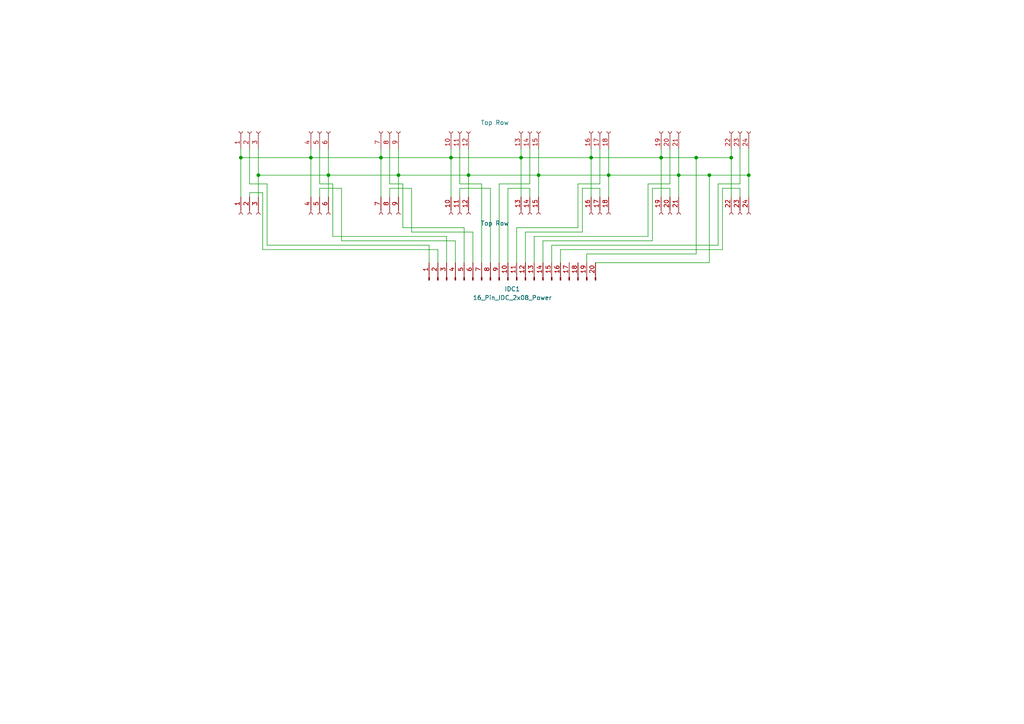
<source format=kicad_sch>
(kicad_sch (version 20230121) (generator eeschema)
  (paper "A4")
  (lib_symbols
    (symbol "16_Pin_IDC:2x09_IDC_Power" (pin_names (offset 1.016) hide)
      (property "Reference" "IDC" (at -13.97 25.4 0))
      (property "Value" "16_Pin_IDC_2x08_Power" (at -11.43 -30.48 0))
      (symbol "2x09_IDC_Power_1_1"
        (rectangle (start -15.6464 -26.543) (end -16.51 -26.797) (stroke (width 0.1524)) (fill (type outline)))
        (rectangle (start -15.6464 -24.003) (end -16.51 -24.257) (stroke (width 0.1524)) (fill (type outline)))
        (rectangle (start -15.6464 -21.463) (end -16.51 -21.717) (stroke (width 0.1524)) (fill (type outline)))
        (rectangle (start -15.6464 -18.923) (end -16.51 -19.177) (stroke (width 0.1524)) (fill (type outline)))
        (rectangle (start -15.6464 -16.383) (end -16.51 -16.637) (stroke (width 0.1524)) (fill (type outline)))
        (rectangle (start -15.6464 -13.843) (end -16.51 -14.097) (stroke (width 0.1524)) (fill (type outline)))
        (rectangle (start -15.6464 -11.303) (end -16.51 -11.557) (stroke (width 0.1524)) (fill (type outline)))
        (rectangle (start -15.6464 -8.763) (end -16.51 -9.017) (stroke (width 0.1524)) (fill (type outline)))
        (rectangle (start -15.6464 -6.223) (end -16.51 -6.477) (stroke (width 0.1524)) (fill (type outline)))
        (rectangle (start -15.6464 -3.683) (end -16.51 -3.937) (stroke (width 0.1524)) (fill (type outline)))
        (rectangle (start -15.6464 -1.143) (end -16.51 -1.397) (stroke (width 0.1524)) (fill (type outline)))
        (rectangle (start -15.6464 1.397) (end -16.51 1.143) (stroke (width 0.1524)) (fill (type outline)))
        (rectangle (start -15.6464 3.937) (end -16.51 3.683) (stroke (width 0.1524)) (fill (type outline)))
        (rectangle (start -15.6464 6.477) (end -16.51 6.223) (stroke (width 0.1524)) (fill (type outline)))
        (rectangle (start -15.6464 9.017) (end -16.51 8.763) (stroke (width 0.1524)) (fill (type outline)))
        (rectangle (start -15.6464 11.557) (end -16.51 11.303) (stroke (width 0.1524)) (fill (type outline)))
        (rectangle (start -15.6464 14.097) (end -16.51 13.843) (stroke (width 0.1524)) (fill (type outline)))
        (rectangle (start -15.6464 16.637) (end -16.51 16.383) (stroke (width 0.1524)) (fill (type outline)))
        (rectangle (start -15.6464 19.177) (end -16.51 18.923) (stroke (width 0.1524)) (fill (type outline)))
        (rectangle (start -15.6464 21.717) (end -16.51 21.463) (stroke (width 0.1524)) (fill (type outline)))
        (polyline (pts (xy -15.24 -26.67) (xy -15.6464 -26.67)) (stroke (width 0.1524)))
        (polyline (pts (xy -15.24 -24.13) (xy -15.6464 -24.13)) (stroke (width 0.1524)))
        (polyline (pts (xy -15.24 -21.59) (xy -15.6464 -21.59)) (stroke (width 0.1524)))
        (polyline (pts (xy -15.24 -19.05) (xy -15.6464 -19.05)) (stroke (width 0.1524)))
        (polyline (pts (xy -15.24 -16.51) (xy -15.6464 -16.51)) (stroke (width 0.1524)))
        (polyline (pts (xy -15.24 -13.97) (xy -15.6464 -13.97)) (stroke (width 0.1524)))
        (polyline (pts (xy -15.24 -11.43) (xy -15.6464 -11.43)) (stroke (width 0.1524)))
        (polyline (pts (xy -15.24 -8.89) (xy -15.6464 -8.89)) (stroke (width 0.1524)))
        (polyline (pts (xy -15.24 -6.35) (xy -15.6464 -6.35)) (stroke (width 0.1524)))
        (polyline (pts (xy -15.24 -3.81) (xy -15.6464 -3.81)) (stroke (width 0.1524)))
        (polyline (pts (xy -15.24 -1.27) (xy -15.6464 -1.27)) (stroke (width 0.1524)))
        (polyline (pts (xy -15.24 1.27) (xy -15.6464 1.27)) (stroke (width 0.1524)))
        (polyline (pts (xy -15.24 3.81) (xy -15.6464 3.81)) (stroke (width 0.1524)))
        (polyline (pts (xy -15.24 6.35) (xy -15.6464 6.35)) (stroke (width 0.1524)))
        (polyline (pts (xy -15.24 8.89) (xy -15.6464 8.89)) (stroke (width 0.1524)))
        (polyline (pts (xy -15.24 11.43) (xy -15.6464 11.43)) (stroke (width 0.1524)))
        (polyline (pts (xy -15.24 13.97) (xy -15.6464 13.97)) (stroke (width 0.1524)))
        (polyline (pts (xy -15.24 16.51) (xy -15.6464 16.51)) (stroke (width 0.1524)))
        (polyline (pts (xy -15.24 19.05) (xy -15.6464 19.05)) (stroke (width 0.1524)))
        (polyline (pts (xy -15.24 21.59) (xy -15.6464 21.59)) (stroke (width 0.1524)))
        (pin passive line (at -11.43 21.59 180) (length 3.81) (name "Pin_1") (number "1"))
        (pin passive line (at -11.43 -1.27 180) (length 3.81) (name "Pin_10") (number "10"))
        (pin passive line (at -11.43 -3.81 180) (length 3.81) (name "Pin_11") (number "11"))
        (pin passive line (at -11.43 -6.35 180) (length 3.81) (name "Pin_12") (number "12"))
        (pin passive line (at -11.43 -8.89 180) (length 3.81) (name "Pin_13") (number "13"))
        (pin passive line (at -11.43 -11.43 180) (length 3.81) (name "Pin_14") (number "14"))
        (pin passive line (at -11.43 -13.97 180) (length 3.81) (name "Pin_15") (number "15"))
        (pin passive line (at -11.43 -16.51 180) (length 3.81) (name "Pin_16") (number "16"))
        (pin passive line (at -11.43 -19.05 180) (length 3.81) (name "Pin_17") (number "17"))
        (pin passive line (at -11.43 -21.59 180) (length 3.81) (name "Pin_18") (number "18"))
        (pin passive line (at -11.43 -24.13 180) (length 3.81) (name "Pin_19") (number "19"))
        (pin passive line (at -11.43 19.05 180) (length 3.81) (name "Pin_2") (number "2"))
        (pin passive line (at -11.43 -26.67 180) (length 3.81) (name "Pin_20") (number "20"))
        (pin passive line (at -11.43 16.51 180) (length 3.81) (name "Pin_3") (number "3"))
        (pin passive line (at -11.43 13.97 180) (length 3.81) (name "Pin_4") (number "4"))
        (pin passive line (at -11.43 11.43 180) (length 3.81) (name "Pin_5") (number "5"))
        (pin passive line (at -11.43 8.89 180) (length 3.81) (name "Pin_6") (number "6"))
        (pin passive line (at -11.43 6.35 180) (length 3.81) (name "Pin_7") (number "7"))
        (pin passive line (at -11.43 3.81 180) (length 3.81) (name "Pin_8") (number "8"))
        (pin passive line (at -11.43 1.27 180) (length 3.81) (name "Pin_9") (number "9"))
      )
    )
    (symbol "8x3_Knobs:Conn_08x03_Knobs" (pin_names (offset 1.016) hide)
      (property "Value" "Top Row" (at -2.54 85.09 90))
      (symbol "Conn_08x03_Knobs_1_1"
        (arc (start 0 -73.152) (mid -0.5058 -73.66) (end 0 -74.168) (stroke (width 0.1524)))
        (arc (start 0 -70.612) (mid -0.5058 -71.12) (end 0 -71.628) (stroke (width 0.1524)))
        (arc (start 0 -68.072) (mid -0.5058 -68.58) (end 0 -69.088) (stroke (width 0.1524)))
        (arc (start 0 -52.832) (mid -0.5058 -53.34) (end 0 -53.848) (stroke (width 0.1524)))
        (arc (start 0 -50.292) (mid -0.5058 -50.8) (end 0 -51.308) (stroke (width 0.1524)))
        (arc (start 0 -47.752) (mid -0.5058 -48.26) (end 0 -48.768) (stroke (width 0.1524)))
        (arc (start 0 -32.512) (mid -0.5058 -33.02) (end 0 -33.528) (stroke (width 0.1524)))
        (arc (start 0 -29.972) (mid -0.5058 -30.48) (end 0 -30.988) (stroke (width 0.1524)))
        (arc (start 0 -27.432) (mid -0.5058 -27.94) (end 0 -28.448) (stroke (width 0.1524)))
        (arc (start 0 -12.192) (mid -0.5058 -12.7) (end 0 -13.208) (stroke (width 0.1524)))
        (arc (start 0 -9.652) (mid -0.5058 -10.16) (end 0 -10.668) (stroke (width 0.1524)))
        (arc (start 0 -7.112) (mid -0.5058 -7.62) (end 0 -8.128) (stroke (width 0.1524)))
        (polyline (pts (xy -1.27 -73.66) (xy -0.508 -73.66)) (stroke (width 0.1524)))
        (polyline (pts (xy -1.27 -71.12) (xy -0.508 -71.12)) (stroke (width 0.1524)))
        (polyline (pts (xy -1.27 -68.58) (xy -0.508 -68.58)) (stroke (width 0.1524)))
        (polyline (pts (xy -1.27 -53.34) (xy -0.508 -53.34)) (stroke (width 0.1524)))
        (polyline (pts (xy -1.27 -50.8) (xy -0.508 -50.8)) (stroke (width 0.1524)))
        (polyline (pts (xy -1.27 -48.26) (xy -0.508 -48.26)) (stroke (width 0.1524)))
        (polyline (pts (xy -1.27 -33.02) (xy -0.508 -33.02)) (stroke (width 0.1524)))
        (polyline (pts (xy -1.27 -30.48) (xy -0.508 -30.48)) (stroke (width 0.1524)))
        (polyline (pts (xy -1.27 -27.94) (xy -0.508 -27.94)) (stroke (width 0.1524)))
        (polyline (pts (xy -1.27 -12.7) (xy -0.508 -12.7)) (stroke (width 0.1524)))
        (polyline (pts (xy -1.27 -10.16) (xy -0.508 -10.16)) (stroke (width 0.1524)))
        (polyline (pts (xy -1.27 -7.62) (xy -0.508 -7.62)) (stroke (width 0.1524)))
        (polyline (pts (xy -1.27 7.62) (xy -0.508 7.62)) (stroke (width 0.1524)))
        (polyline (pts (xy -1.27 10.16) (xy -0.508 10.16)) (stroke (width 0.1524)))
        (polyline (pts (xy -1.27 12.7) (xy -0.508 12.7)) (stroke (width 0.1524)))
        (polyline (pts (xy -1.27 27.94) (xy -0.508 27.94)) (stroke (width 0.1524)))
        (polyline (pts (xy -1.27 30.48) (xy -0.508 30.48)) (stroke (width 0.1524)))
        (polyline (pts (xy -1.27 33.02) (xy -0.508 33.02)) (stroke (width 0.1524)))
        (polyline (pts (xy -1.27 48.26) (xy -0.508 48.26)) (stroke (width 0.1524)))
        (polyline (pts (xy -1.27 50.8) (xy -0.508 50.8)) (stroke (width 0.1524)))
        (polyline (pts (xy -1.27 53.34) (xy -0.508 53.34)) (stroke (width 0.1524)))
        (polyline (pts (xy -1.27 68.58) (xy -0.508 68.58)) (stroke (width 0.1524)))
        (polyline (pts (xy -1.27 71.12) (xy -0.508 71.12)) (stroke (width 0.1524)))
        (polyline (pts (xy -1.27 73.66) (xy -0.508 73.66)) (stroke (width 0.1524)))
        (arc (start 0 8.128) (mid -0.5058 7.62) (end 0 7.112) (stroke (width 0.1524)))
        (arc (start 0 10.668) (mid -0.5058 10.16) (end 0 9.652) (stroke (width 0.1524)))
        (arc (start 0 13.208) (mid -0.5058 12.7) (end 0 12.192) (stroke (width 0.1524)))
        (arc (start 0 28.448) (mid -0.5058 27.94) (end 0 27.432) (stroke (width 0.1524)))
        (arc (start 0 30.988) (mid -0.5058 30.48) (end 0 29.972) (stroke (width 0.1524)))
        (arc (start 0 33.528) (mid -0.5058 33.02) (end 0 32.512) (stroke (width 0.1524)))
        (arc (start 0 48.768) (mid -0.5058 48.26) (end 0 47.752) (stroke (width 0.1524)))
        (arc (start 0 51.308) (mid -0.5058 50.8) (end 0 50.292) (stroke (width 0.1524)))
        (arc (start 0 53.848) (mid -0.5058 53.34) (end 0 52.832) (stroke (width 0.1524)))
        (arc (start 0 69.088) (mid -0.5058 68.58) (end 0 68.072) (stroke (width 0.1524)))
        (arc (start 0 71.628) (mid -0.5058 71.12) (end 0 70.612) (stroke (width 0.1524)))
        (arc (start 0 74.168) (mid -0.5058 73.66) (end 0 73.152) (stroke (width 0.1524)))
        (pin passive line (at -5.08 73.66 0) (length 3.81) (name "Pin_1") (number "1"))
        (pin passive line (at -5.08 12.7 0) (length 3.81) (name "Pin_10") (number "10"))
        (pin passive line (at -5.08 10.16 0) (length 3.81) (name "Pin_11") (number "11"))
        (pin passive line (at -5.08 7.62 0) (length 3.81) (name "Pin_12") (number "12"))
        (pin passive line (at -5.08 -7.62 0) (length 3.81) (name "Pin_13") (number "13"))
        (pin passive line (at -5.08 -10.16 0) (length 3.81) (name "Pin_14") (number "14"))
        (pin passive line (at -5.08 -12.7 0) (length 3.81) (name "Pin_15") (number "15"))
        (pin passive line (at -5.08 -27.94 0) (length 3.81) (name "Pin_16") (number "16"))
        (pin passive line (at -5.08 -30.48 0) (length 3.81) (name "Pin_17") (number "17"))
        (pin passive line (at -5.08 -33.02 0) (length 3.81) (name "Pin_18") (number "18"))
        (pin passive line (at -5.08 -48.26 0) (length 3.81) (name "Pin_19") (number "19"))
        (pin passive line (at -5.08 71.12 0) (length 3.81) (name "Pin_2") (number "2"))
        (pin passive line (at -5.08 -50.8 0) (length 3.81) (name "Pin_20") (number "20"))
        (pin passive line (at -5.08 -53.34 0) (length 3.81) (name "Pin_21") (number "21"))
        (pin passive line (at -5.08 -68.58 0) (length 3.81) (name "Pin_22") (number "22"))
        (pin passive line (at -5.08 -71.12 0) (length 3.81) (name "Pin_23") (number "23"))
        (pin passive line (at -5.08 -73.66 0) (length 3.81) (name "Pin_24") (number "24"))
        (pin passive line (at -5.08 68.58 0) (length 3.81) (name "Pin_3") (number "3"))
        (pin passive line (at -5.08 53.34 0) (length 3.81) (name "Pin_4") (number "4"))
        (pin passive line (at -5.08 50.8 0) (length 3.81) (name "Pin_5") (number "5"))
        (pin passive line (at -5.08 48.26 0) (length 3.81) (name "Pin_6") (number "6"))
        (pin passive line (at -5.08 33.02 0) (length 3.81) (name "Pin_7") (number "7"))
        (pin passive line (at -5.08 30.48 0) (length 3.81) (name "Pin_8") (number "8"))
        (pin passive line (at -5.08 27.94 0) (length 3.81) (name "Pin_9") (number "9"))
      )
    )
  )
  (junction (at 151.13 45.72))
  (junction (at 171.45 45.72))
  (junction (at 69.85 45.72))
  (junction (at 176.53 50.8))
  (junction (at 196.85 50.8))
  (junction (at 95.25 50.8))
  (junction (at 110.49 45.72))
  (junction (at 115.57 50.8))
  (junction (at 74.93 50.8))
  (junction (at 90.17 45.72))
  (junction (at 217.17 50.8))
  (junction (at 212.09 45.72))
  (junction (at 205.74 50.8))
  (junction (at 156.21 50.8))
  (junction (at 135.89 50.8))
  (junction (at 130.81 45.72))
  (junction (at 191.77 45.72))
  (junction (at 201.93 45.72))
  (wire (pts (xy 95.25 43.18) (xy 95.25 50.8)))
  (wire (pts (xy 135.89 50.8) (xy 156.21 50.8)))
  (wire (pts (xy 72.39 43.18) (xy 72.39 53.34)))
  (wire (pts (xy 173.99 43.18) (xy 173.99 53.34)))
  (wire (pts (xy 168.91 54.61) (xy 168.91 67.31)))
  (wire (pts (xy 133.35 54.61) (xy 142.24 54.61)))
  (wire (pts (xy 196.85 50.8) (xy 205.74 50.8)))
  (wire (pts (xy 151.13 45.72) (xy 171.45 45.72)))
  (wire (pts (xy 90.17 45.72) (xy 110.49 45.72)))
  (wire (pts (xy 154.94 68.58) (xy 154.94 76.2)))
  (wire (pts (xy 90.17 45.72) (xy 90.17 57.15)))
  (wire (pts (xy 205.74 50.8) (xy 205.74 76.2)))
  (wire (pts (xy 208.28 53.34) (xy 208.28 71.12)))
  (wire (pts (xy 132.08 69.85) (xy 132.08 76.2)))
  (wire (pts (xy 92.71 54.61) (xy 92.71 57.15)))
  (wire (pts (xy 209.55 54.61) (xy 214.63 54.61)))
  (wire (pts (xy 201.93 45.72) (xy 212.09 45.72)))
  (wire (pts (xy 135.89 50.8) (xy 135.89 57.15)))
  (wire (pts (xy 208.28 71.12) (xy 160.02 71.12)))
  (wire (pts (xy 92.71 53.34) (xy 96.52 53.34)))
  (wire (pts (xy 133.35 43.18) (xy 133.35 53.34)))
  (wire (pts (xy 110.49 43.18) (xy 110.49 45.72)))
  (wire (pts (xy 69.85 45.72) (xy 69.85 57.15)))
  (wire (pts (xy 74.93 43.18) (xy 74.93 50.8)))
  (wire (pts (xy 127 72.39) (xy 127 76.2)))
  (wire (pts (xy 201.93 45.72) (xy 201.93 73.66)))
  (wire (pts (xy 172.72 76.2) (xy 205.74 76.2)))
  (wire (pts (xy 72.39 55.88) (xy 72.39 57.15)))
  (wire (pts (xy 134.62 66.04) (xy 134.62 76.2)))
  (wire (pts (xy 212.09 43.18) (xy 212.09 45.72)))
  (wire (pts (xy 99.06 69.85) (xy 132.08 69.85)))
  (wire (pts (xy 96.52 53.34) (xy 96.52 68.58)))
  (wire (pts (xy 95.25 50.8) (xy 95.25 57.15)))
  (wire (pts (xy 173.99 54.61) (xy 173.99 57.15)))
  (wire (pts (xy 72.39 55.88) (xy 76.2 55.88)))
  (wire (pts (xy 137.16 67.31) (xy 137.16 76.2)))
  (wire (pts (xy 153.67 53.34) (xy 144.78 53.34)))
  (wire (pts (xy 142.24 54.61) (xy 142.24 76.2)))
  (wire (pts (xy 74.93 50.8) (xy 95.25 50.8)))
  (wire (pts (xy 171.45 43.18) (xy 171.45 45.72)))
  (wire (pts (xy 96.52 68.58) (xy 129.54 68.58)))
  (wire (pts (xy 217.17 50.8) (xy 217.17 57.15)))
  (wire (pts (xy 205.74 50.8) (xy 217.17 50.8)))
  (wire (pts (xy 115.57 43.18) (xy 115.57 50.8)))
  (wire (pts (xy 113.03 53.34) (xy 116.84 53.34)))
  (wire (pts (xy 189.23 54.61) (xy 194.31 54.61)))
  (wire (pts (xy 72.39 53.34) (xy 77.47 53.34)))
  (wire (pts (xy 124.46 71.12) (xy 124.46 76.2)))
  (wire (pts (xy 156.21 50.8) (xy 156.21 57.15)))
  (wire (pts (xy 69.85 45.72) (xy 90.17 45.72)))
  (wire (pts (xy 133.35 53.34) (xy 139.7 53.34)))
  (wire (pts (xy 139.7 53.34) (xy 139.7 76.2)))
  (wire (pts (xy 191.77 43.18) (xy 191.77 45.72)))
  (wire (pts (xy 74.93 50.8) (xy 74.93 57.15)))
  (wire (pts (xy 214.63 54.61) (xy 214.63 57.15)))
  (wire (pts (xy 92.71 54.61) (xy 99.06 54.61)))
  (wire (pts (xy 189.23 69.85) (xy 157.48 69.85)))
  (wire (pts (xy 95.25 50.8) (xy 115.57 50.8)))
  (wire (pts (xy 194.31 53.34) (xy 187.96 53.34)))
  (wire (pts (xy 214.63 43.18) (xy 214.63 53.34)))
  (wire (pts (xy 176.53 50.8) (xy 176.53 57.15)))
  (wire (pts (xy 189.23 54.61) (xy 189.23 69.85)))
  (wire (pts (xy 156.21 43.18) (xy 156.21 50.8)))
  (wire (pts (xy 113.03 54.61) (xy 119.38 54.61)))
  (wire (pts (xy 149.86 66.04) (xy 149.86 76.2)))
  (wire (pts (xy 77.47 53.34) (xy 77.47 71.12)))
  (wire (pts (xy 171.45 45.72) (xy 171.45 57.15)))
  (wire (pts (xy 162.56 72.39) (xy 162.56 76.2)))
  (wire (pts (xy 135.89 43.18) (xy 135.89 50.8)))
  (wire (pts (xy 116.84 53.34) (xy 116.84 66.04)))
  (wire (pts (xy 187.96 68.58) (xy 154.94 68.58)))
  (wire (pts (xy 119.38 54.61) (xy 119.38 67.31)))
  (wire (pts (xy 156.21 50.8) (xy 176.53 50.8)))
  (wire (pts (xy 147.32 54.61) (xy 153.67 54.61)))
  (wire (pts (xy 191.77 45.72) (xy 191.77 57.15)))
  (wire (pts (xy 99.06 54.61) (xy 99.06 69.85)))
  (wire (pts (xy 90.17 43.18) (xy 90.17 45.72)))
  (wire (pts (xy 115.57 50.8) (xy 115.57 57.15)))
  (wire (pts (xy 176.53 43.18) (xy 176.53 50.8)))
  (wire (pts (xy 194.31 54.61) (xy 194.31 57.15)))
  (wire (pts (xy 196.85 43.18) (xy 196.85 50.8)))
  (wire (pts (xy 157.48 69.85) (xy 157.48 76.2)))
  (wire (pts (xy 130.81 45.72) (xy 130.81 57.15)))
  (wire (pts (xy 133.35 54.61) (xy 133.35 57.15)))
  (wire (pts (xy 187.96 53.34) (xy 187.96 68.58)))
  (wire (pts (xy 170.18 76.2) (xy 170.18 73.66)))
  (wire (pts (xy 116.84 66.04) (xy 134.62 66.04)))
  (wire (pts (xy 113.03 54.61) (xy 113.03 57.15)))
  (wire (pts (xy 113.03 43.18) (xy 113.03 53.34)))
  (wire (pts (xy 194.31 43.18) (xy 194.31 53.34)))
  (wire (pts (xy 167.64 53.34) (xy 167.64 66.04)))
  (wire (pts (xy 173.99 53.34) (xy 167.64 53.34)))
  (wire (pts (xy 119.38 67.31) (xy 137.16 67.31)))
  (wire (pts (xy 209.55 72.39) (xy 162.56 72.39)))
  (wire (pts (xy 209.55 54.61) (xy 209.55 72.39)))
  (wire (pts (xy 160.02 71.12) (xy 160.02 76.2)))
  (wire (pts (xy 176.53 50.8) (xy 196.85 50.8)))
  (wire (pts (xy 130.81 45.72) (xy 151.13 45.72)))
  (wire (pts (xy 151.13 43.18) (xy 151.13 45.72)))
  (wire (pts (xy 147.32 54.61) (xy 147.32 76.2)))
  (wire (pts (xy 153.67 54.61) (xy 153.67 57.15)))
  (wire (pts (xy 151.13 45.72) (xy 151.13 57.15)))
  (wire (pts (xy 217.17 43.18) (xy 217.17 50.8)))
  (wire (pts (xy 171.45 45.72) (xy 191.77 45.72)))
  (wire (pts (xy 92.71 43.18) (xy 92.71 53.34)))
  (wire (pts (xy 110.49 45.72) (xy 130.81 45.72)))
  (wire (pts (xy 168.91 54.61) (xy 173.99 54.61)))
  (wire (pts (xy 77.47 71.12) (xy 124.46 71.12)))
  (wire (pts (xy 212.09 45.72) (xy 212.09 57.15)))
  (wire (pts (xy 191.77 45.72) (xy 201.93 45.72)))
  (wire (pts (xy 214.63 53.34) (xy 208.28 53.34)))
  (wire (pts (xy 144.78 53.34) (xy 144.78 76.2)))
  (wire (pts (xy 110.49 45.72) (xy 110.49 57.15)))
  (wire (pts (xy 152.4 67.31) (xy 152.4 76.2)))
  (wire (pts (xy 69.85 43.18) (xy 69.85 45.72)))
  (wire (pts (xy 76.2 55.88) (xy 76.2 72.39)))
  (wire (pts (xy 115.57 50.8) (xy 135.89 50.8)))
  (wire (pts (xy 129.54 68.58) (xy 129.54 76.2)))
  (wire (pts (xy 167.64 66.04) (xy 149.86 66.04)))
  (wire (pts (xy 76.2 72.39) (xy 127 72.39)))
  (wire (pts (xy 168.91 67.31) (xy 152.4 67.31)))
  (wire (pts (xy 170.18 73.66) (xy 201.93 73.66)))
  (wire (pts (xy 153.67 43.18) (xy 153.67 53.34)))
  (wire (pts (xy 196.85 50.8) (xy 196.85 57.15)))
  (wire (pts (xy 130.81 43.18) (xy 130.81 45.72)))
  (symbol (lib_id "16_Pin_IDC:2x09_IDC_Power") (at 146.05 64.77 90) (unit 1)
    (property "Reference" "IDC1" (at 148.59 83.82 90))
    (property "Value" "16_Pin_IDC_2x08_Power" (at 148.59 86.36 90))
    (property "Footprint" "Connector_IDC:IDC-Header_2x10_P2.54mm_Vertical" (effects hide))
  )
  (symbol (lib_id "8x3_Knobs:Conn_08x03_Knobs") (at 143.51 62.23 90) (mirror x) (unit 1)
    (property "Reference" "J2" (effects hide))
    (property "Value" "Top Row" (at 143.51 64.77 90))
    (property "Footprint" "Connector_PinHeader_2.54mm:PinHeader_8x3_P2.54mm_Knobs" (effects hide))
  )
  (symbol (lib_id "8x3_Knobs:Conn_08x03_Knobs") (at 143.51 38.1 90) (unit 1)
    (property "Reference" "J1" (effects hide))
    (property "Value" "Top Row" (at 143.51 35.56 90))
    (property "Footprint" "Connector_PinHeader_2.54mm:PinHeader_8x3_P2.54mm_Knobs" (effects hide))
  )
)
</source>
